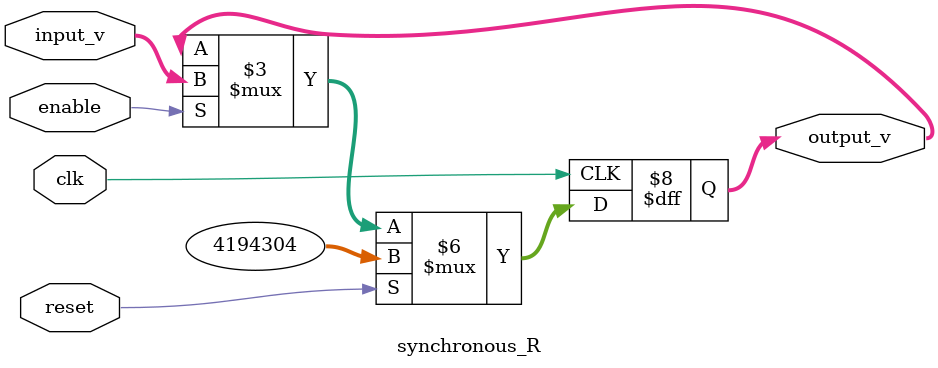
<source format=sv>
`timescale 1ns / 1ps
`default_nettype none

module synchronous_R (
    input wire clk, reset, enable,
    input wire [31:0] input_v,
    output reg [31:0] output_v
);

    initial output_v = 32'h400000;

    // sequencial logic: Program counter
    always @(posedge clk) begin
        
        if (reset)
            output_v <= 32'h400000;
        else if (enable) 
                output_v <= input_v;
    end

endmodule
</source>
